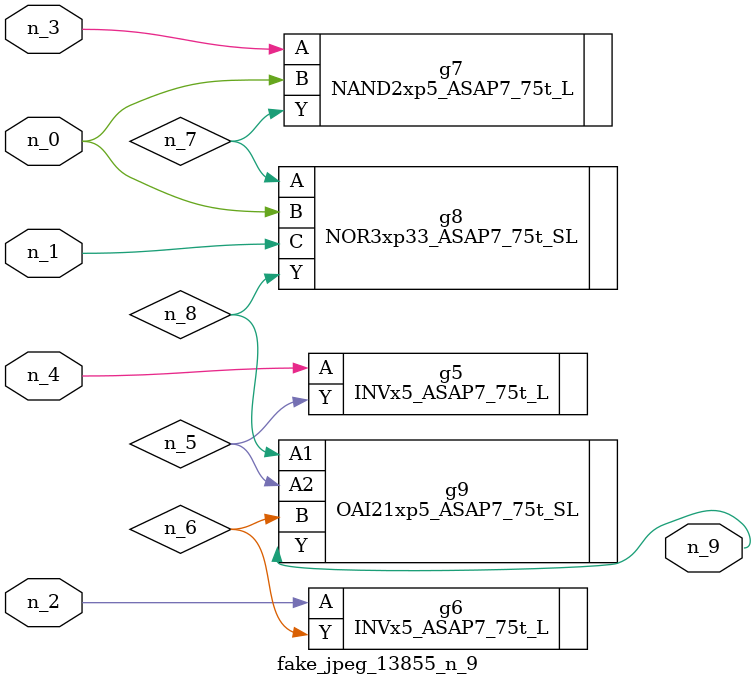
<source format=v>
module fake_jpeg_13855_n_9 (n_3, n_2, n_1, n_0, n_4, n_9);

input n_3;
input n_2;
input n_1;
input n_0;
input n_4;

output n_9;

wire n_8;
wire n_6;
wire n_5;
wire n_7;

INVx5_ASAP7_75t_L g5 ( 
.A(n_4),
.Y(n_5)
);

INVx5_ASAP7_75t_L g6 ( 
.A(n_2),
.Y(n_6)
);

NAND2xp5_ASAP7_75t_L g7 ( 
.A(n_3),
.B(n_0),
.Y(n_7)
);

NOR3xp33_ASAP7_75t_SL g8 ( 
.A(n_7),
.B(n_0),
.C(n_1),
.Y(n_8)
);

OAI21xp5_ASAP7_75t_SL g9 ( 
.A1(n_8),
.A2(n_5),
.B(n_6),
.Y(n_9)
);


endmodule
</source>
